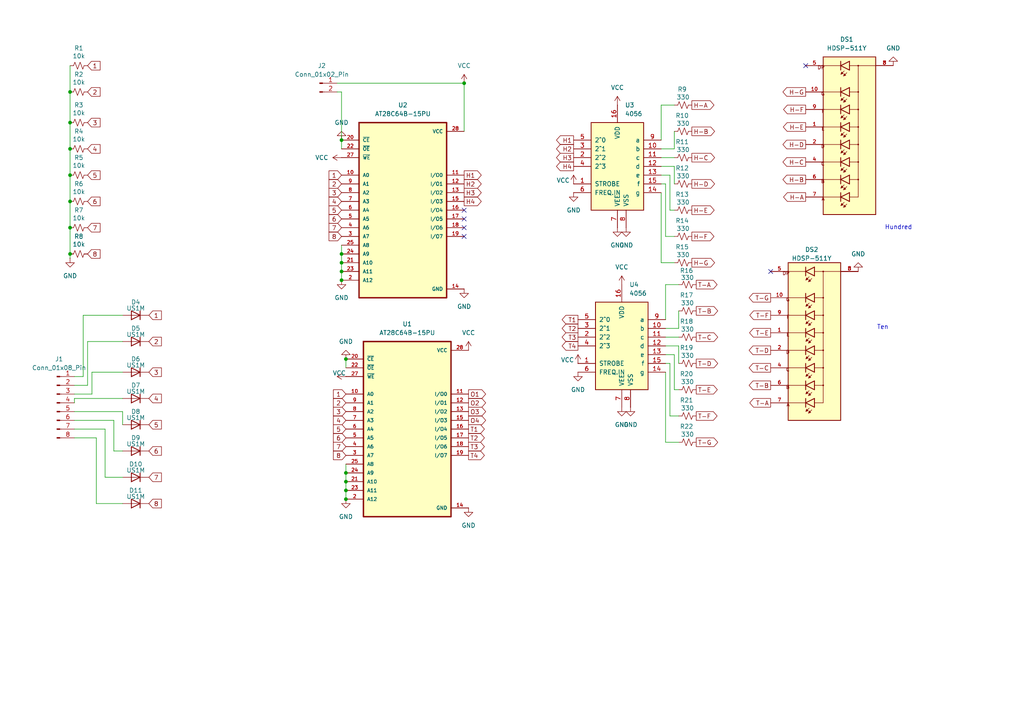
<source format=kicad_sch>
(kicad_sch (version 20231120) (generator "eeschema") (generator_version "8.0")
  (paper "A4")
  (junction (at 100.33 104.14))
  (junction (at 99.06 81.28))
  (junction (at 20.32 26.67))
  (junction (at 20.32 50.8))
  (junction (at 99.06 40.64))
  (junction (at 99.06 73.66))
  (junction (at 20.32 58.42))
  (junction (at 100.33 144.78))
  (junction (at 100.33 142.24))
  (junction (at 20.32 73.66))
  (junction (at 20.32 66.04))
  (junction (at 99.06 76.2))
  (junction (at 20.32 43.18))
  (junction (at 100.33 137.16))
  (junction (at 99.06 78.74))
  (junction (at 20.32 35.56))
  (junction (at 134.62 24.13))
  (junction (at 100.33 139.7))
  (no_connect (at 134.62 63.5))
  (no_connect (at 134.62 66.04))
  (no_connect (at 223.52 78.74))
  (no_connect (at 292.1 256.54))
  (no_connect (at 134.62 60.96))
  (no_connect (at 233.68 19.05))
  (no_connect (at 229.87 218.44))
  (no_connect (at 134.62 68.58))
  (no_connect (at 316.23 114.3))
  (no_connect (at 313.69 54.61))
  (wire (pts (xy 35.56 146.05) (xy 27.94 146.05)))
  (wire (pts (xy 193.04 100.33) (xy 196.85 100.33)))
  (wire (pts (xy 193.04 105.41) (xy 194.31 105.41)))
  (wire (pts (xy 190.5 254) (xy 193.04 254)))
  (wire (pts (xy 191.77 76.2) (xy 195.58 76.2)))
  (wire (pts (xy 193.04 228.6) (xy 193.04 223.52)))
  (wire (pts (xy 196.85 100.33) (xy 196.85 105.41)))
  (wire (pts (xy 191.77 43.18) (xy 195.58 43.18)))
  (wire (pts (xy 195.58 102.87) (xy 195.58 113.03)))
  (wire (pts (xy 191.77 45.72) (xy 195.58 45.72)))
  (wire (pts (xy 189.23 241.3) (xy 189.23 261.62)))
  (wire (pts (xy 35.56 91.44) (xy 24.13 91.44)))
  (wire (pts (xy 190.5 238.76) (xy 190.5 254)))
  (wire (pts (xy 189.23 231.14) (xy 193.04 231.14)))
  (wire (pts (xy 25.4 99.06) (xy 25.4 111.76)))
  (wire (pts (xy 20.32 35.56) (xy 20.32 43.18)))
  (wire (pts (xy 134.62 24.13) (xy 134.62 38.1)))
  (wire (pts (xy 191.77 246.38) (xy 193.04 246.38)))
  (wire (pts (xy 195.58 113.03) (xy 196.85 113.03)))
  (wire (pts (xy 191.77 48.26) (xy 195.58 48.26)))
  (wire (pts (xy 20.32 50.8) (xy 20.32 58.42)))
  (wire (pts (xy 191.77 40.64) (xy 191.77 30.48)))
  (wire (pts (xy 20.32 43.18) (xy 20.32 50.8)))
  (wire (pts (xy 189.23 233.68) (xy 193.04 233.68)))
  (wire (pts (xy 196.85 95.25) (xy 196.85 90.17)))
  (wire (pts (xy 189.23 238.76) (xy 190.5 238.76)))
  (wire (pts (xy 193.04 128.27) (xy 196.85 128.27)))
  (wire (pts (xy 33.02 121.92) (xy 21.59 121.92)))
  (wire (pts (xy 20.32 58.42) (xy 20.32 66.04)))
  (wire (pts (xy 99.06 40.64) (xy 99.06 26.67)))
  (wire (pts (xy 195.58 48.26) (xy 195.58 53.34)))
  (wire (pts (xy 194.31 60.96) (xy 195.58 60.96)))
  (wire (pts (xy 27.94 146.05) (xy 27.94 127)))
  (wire (pts (xy 99.06 26.67) (xy 97.79 26.67)))
  (wire (pts (xy 99.06 73.66) (xy 99.06 76.2)))
  (wire (pts (xy 100.33 142.24) (xy 100.33 144.78)))
  (wire (pts (xy 193.04 53.34) (xy 193.04 68.58)))
  (wire (pts (xy 20.32 19.05) (xy 20.32 26.67)))
  (wire (pts (xy 191.77 50.8) (xy 194.31 50.8)))
  (wire (pts (xy 100.33 104.14) (xy 100.33 106.68)))
  (wire (pts (xy 189.23 215.9) (xy 189.23 226.06)))
  (wire (pts (xy 99.06 71.12) (xy 99.06 73.66)))
  (wire (pts (xy 35.56 107.95) (xy 26.67 107.95)))
  (wire (pts (xy 33.02 130.81) (xy 33.02 121.92)))
  (wire (pts (xy 191.77 53.34) (xy 193.04 53.34)))
  (wire (pts (xy 30.48 138.43) (xy 30.48 124.46)))
  (wire (pts (xy 100.33 137.16) (xy 100.33 139.7)))
  (wire (pts (xy 189.23 261.62) (xy 193.04 261.62)))
  (wire (pts (xy 194.31 120.65) (xy 196.85 120.65)))
  (wire (pts (xy 35.56 119.38) (xy 21.59 119.38)))
  (wire (pts (xy 21.59 115.57) (xy 21.59 116.84)))
  (wire (pts (xy 193.04 97.79) (xy 196.85 97.79)))
  (wire (pts (xy 193.04 82.55) (xy 193.04 92.71)))
  (wire (pts (xy 100.33 134.62) (xy 100.33 137.16)))
  (wire (pts (xy 193.04 82.55) (xy 196.85 82.55)))
  (wire (pts (xy 35.56 130.81) (xy 33.02 130.81)))
  (wire (pts (xy 24.13 91.44) (xy 24.13 109.22)))
  (wire (pts (xy 193.04 107.95) (xy 193.04 128.27)))
  (wire (pts (xy 35.56 115.57) (xy 21.59 115.57)))
  (wire (pts (xy 24.13 109.22) (xy 21.59 109.22)))
  (wire (pts (xy 26.67 107.95) (xy 26.67 114.3)))
  (wire (pts (xy 99.06 40.64) (xy 99.06 43.18)))
  (wire (pts (xy 195.58 43.18) (xy 195.58 38.1)))
  (wire (pts (xy 100.33 139.7) (xy 100.33 142.24)))
  (wire (pts (xy 20.32 73.66) (xy 20.32 74.93)))
  (wire (pts (xy 194.31 50.8) (xy 194.31 60.96)))
  (wire (pts (xy 99.06 78.74) (xy 99.06 81.28)))
  (wire (pts (xy 20.32 66.04) (xy 20.32 73.66)))
  (wire (pts (xy 35.56 99.06) (xy 25.4 99.06)))
  (wire (pts (xy 189.23 215.9) (xy 193.04 215.9)))
  (wire (pts (xy 30.48 124.46) (xy 21.59 124.46)))
  (wire (pts (xy 25.4 111.76) (xy 21.59 111.76)))
  (wire (pts (xy 35.56 138.43) (xy 30.48 138.43)))
  (wire (pts (xy 193.04 95.25) (xy 196.85 95.25)))
  (wire (pts (xy 191.77 30.48) (xy 195.58 30.48)))
  (wire (pts (xy 191.77 55.88) (xy 191.77 76.2)))
  (wire (pts (xy 194.31 105.41) (xy 194.31 120.65)))
  (wire (pts (xy 191.77 236.22) (xy 191.77 246.38)))
  (wire (pts (xy 27.94 127) (xy 21.59 127)))
  (wire (pts (xy 97.79 24.13) (xy 134.62 24.13)))
  (wire (pts (xy 193.04 233.68) (xy 193.04 238.76)))
  (wire (pts (xy 26.67 114.3) (xy 21.59 114.3)))
  (wire (pts (xy 189.23 228.6) (xy 193.04 228.6)))
  (wire (pts (xy 189.23 236.22) (xy 191.77 236.22)))
  (wire (pts (xy 193.04 68.58) (xy 195.58 68.58)))
  (wire (pts (xy 99.06 76.2) (xy 99.06 78.74)))
  (wire (pts (xy 20.32 26.67) (xy 20.32 35.56)))
  (wire (pts (xy 193.04 102.87) (xy 195.58 102.87)))
  (wire (pts (xy 35.56 123.19) (xy 35.56 119.38)))
  (text "Ten" (at 256.032 94.996 0) (effects (font (size 1.27 1.27))))
  (text "One" (at 256.032 237.998 0) (effects (font (size 1.27 1.27))))
  (text "Hundred" (at 260.604 66.04 0) (effects (font (size 1.27 1.27))))
  (global_label "2" (shape input) (at 25.4 26.67 0) (property "Intersheetrefs" "${INTERSHEET_REFS}" (effects (hide yes))))
  (global_label "T-C" (shape output) (at 223.52 106.68 180) (property "Intersheetrefs" "${INTERSHEET_REFS}" (effects (hide yes))))
  (global_label "T-G" (shape output) (at 201.93 128.27 0) (property "Intersheetrefs" "${INTERSHEET_REFS}" (effects (hide yes))))
  (global_label "H-G" (shape output) (at 313.69 49.53 180) (property "Intersheetrefs" "${INTERSHEET_REFS}" (effects (hide yes))))
  (global_label "O2" (shape output) (at 135.89 116.84 0) (property "Intersheetrefs" "${INTERSHEET_REFS}" (effects (hide yes))))
  (global_label "T-B" (shape output) (at 316.23 83.82 180) (property "Intersheetrefs" "${INTERSHEET_REFS}" (effects (hide yes))))
  (global_label "O1" (shape output) (at 135.89 114.3 0) (property "Intersheetrefs" "${INTERSHEET_REFS}" (effects (hide yes))))
  (global_label "T-A" (shape output) (at 316.23 78.74 180) (property "Intersheetrefs" "${INTERSHEET_REFS}" (effects (hide yes))))
  (global_label "6" (shape input) (at 43.18 130.81 0) (property "Intersheetrefs" "${INTERSHEET_REFS}" (effects (hide yes))))
  (global_label "O-B" (shape output) (at 198.12 223.52 0) (property "Intersheetrefs" "${INTERSHEET_REFS}" (effects (hide yes))))
  (global_label "T-F" (shape output) (at 316.23 104.14 180) (property "Intersheetrefs" "${INTERSHEET_REFS}" (effects (hide yes))))
  (global_label "O-D" (shape output) (at 229.87 241.3 180) (property "Intersheetrefs" "${INTERSHEET_REFS}" (effects (hide yes))))
  (global_label "H-E" (shape output) (at 233.68 36.83 180) (property "Intersheetrefs" "${INTERSHEET_REFS}" (effects (hide yes))))
  (global_label "T-D" (shape output) (at 201.93 105.41 0) (property "Intersheetrefs" "${INTERSHEET_REFS}" (effects (hide yes))))
  (global_label "3" (shape input) (at 43.18 107.95 0) (property "Intersheetrefs" "${INTERSHEET_REFS}" (effects (hide yes))))
  (global_label "2" (shape input) (at 99.06 53.34 180) (property "Intersheetrefs" "${INTERSHEET_REFS}" (effects (hide yes))))
  (global_label "H-A" (shape output) (at 233.68 57.15 180) (property "Intersheetrefs" "${INTERSHEET_REFS}" (effects (hide yes))))
  (global_label "H2" (shape output) (at 166.37 43.18 180) (property "Intersheetrefs" "${INTERSHEET_REFS}" (effects (hide yes))))
  (global_label "O-E" (shape output) (at 229.87 236.22 180) (property "Intersheetrefs" "${INTERSHEET_REFS}" (effects (hide yes))))
  (global_label "T-B" (shape output) (at 223.52 111.76 180) (property "Intersheetrefs" "${INTERSHEET_REFS}" (effects (hide yes))))
  (global_label "O-C" (shape output) (at 198.12 231.14 0) (property "Intersheetrefs" "${INTERSHEET_REFS}" (effects (hide yes))))
  (global_label "H-A" (shape output) (at 313.69 19.05 180) (property "Intersheetrefs" "${INTERSHEET_REFS}" (effects (hide yes))))
  (global_label "7" (shape input) (at 25.4 66.04 0) (property "Intersheetrefs" "${INTERSHEET_REFS}" (effects (hide yes))))
  (global_label "5" (shape input) (at 43.18 123.19 0) (property "Intersheetrefs" "${INTERSHEET_REFS}" (effects (hide yes))))
  (global_label "O-A" (shape output) (at 198.12 215.9 0) (property "Intersheetrefs" "${INTERSHEET_REFS}" (effects (hide yes))))
  (global_label "4" (shape input) (at 25.4 43.18 0) (property "Intersheetrefs" "${INTERSHEET_REFS}" (effects (hide yes))))
  (global_label "T-G" (shape output) (at 223.52 86.36 180) (property "Intersheetrefs" "${INTERSHEET_REFS}" (effects (hide yes))))
  (global_label "O-C" (shape output) (at 229.87 246.38 180) (property "Intersheetrefs" "${INTERSHEET_REFS}" (effects (hide yes))))
  (global_label "H3" (shape output) (at 134.62 55.88 0) (property "Intersheetrefs" "${INTERSHEET_REFS}" (effects (hide yes))))
  (global_label "O-D" (shape output) (at 292.1 236.22 180) (property "Intersheetrefs" "${INTERSHEET_REFS}" (effects (hide yes))))
  (global_label "4" (shape input) (at 99.06 58.42 180) (property "Intersheetrefs" "${INTERSHEET_REFS}" (effects (hide yes))))
  (global_label "O3" (shape output) (at 135.89 119.38 0) (property "Intersheetrefs" "${INTERSHEET_REFS}" (effects (hide yes))))
  (global_label "5" (shape input) (at 99.06 60.96 180) (property "Intersheetrefs" "${INTERSHEET_REFS}" (effects (hide yes))))
  (global_label "6" (shape input) (at 99.06 63.5 180) (property "Intersheetrefs" "${INTERSHEET_REFS}" (effects (hide yes))))
  (global_label "3" (shape input) (at 25.4 35.56 0) (property "Intersheetrefs" "${INTERSHEET_REFS}" (effects (hide yes))))
  (global_label "H-C" (shape output) (at 233.68 46.99 180) (property "Intersheetrefs" "${INTERSHEET_REFS}" (effects (hide yes))))
  (global_label "6" (shape input) (at 100.33 127 180) (property "Intersheetrefs" "${INTERSHEET_REFS}" (effects (hide yes))))
  (global_label "8" (shape input) (at 100.33 132.08 180) (property "Intersheetrefs" "${INTERSHEET_REFS}" (effects (hide yes))))
  (global_label "O-F" (shape output) (at 198.12 254 0) (property "Intersheetrefs" "${INTERSHEET_REFS}" (effects (hide yes))))
  (global_label "O4" (shape output) (at 163.83 233.68 180) (property "Intersheetrefs" "${INTERSHEET_REFS}" (effects (hide yes))))
  (global_label "O-C" (shape output) (at 292.1 231.14 180) (property "Intersheetrefs" "${INTERSHEET_REFS}" (effects (hide yes))))
  (global_label "5" (shape input) (at 100.33 124.46 180) (property "Intersheetrefs" "${INTERSHEET_REFS}" (effects (hide yes))))
  (global_label "O-B" (shape output) (at 229.87 251.46 180) (property "Intersheetrefs" "${INTERSHEET_REFS}" (effects (hide yes))))
  (global_label "4" (shape input) (at 43.18 115.57 0) (property "Intersheetrefs" "${INTERSHEET_REFS}" (effects (hide yes))))
  (global_label "T4" (shape output) (at 135.89 132.08 0) (property "Intersheetrefs" "${INTERSHEET_REFS}" (effects (hide yes))))
  (global_label "3" (shape input) (at 99.06 55.88 180) (property "Intersheetrefs" "${INTERSHEET_REFS}" (effects (hide yes))))
  (global_label "T-A" (shape output) (at 201.93 82.55 0) (property "Intersheetrefs" "${INTERSHEET_REFS}" (effects (hide yes))))
  (global_label "O-G" (shape output) (at 292.1 251.46 180) (property "Intersheetrefs" "${INTERSHEET_REFS}" (effects (hide yes))))
  (global_label "T3" (shape output) (at 135.89 129.54 0) (property "Intersheetrefs" "${INTERSHEET_REFS}" (effects (hide yes))))
  (global_label "H4" (shape output) (at 166.37 48.26 180) (property "Intersheetrefs" "${INTERSHEET_REFS}" (effects (hide yes))))
  (global_label "H-F" (shape output) (at 200.66 68.58 0) (property "Intersheetrefs" "${INTERSHEET_REFS}" (effects (hide yes))))
  (global_label "T-C" (shape output) (at 316.23 88.9 180) (property "Intersheetrefs" "${INTERSHEET_REFS}" (effects (hide yes))))
  (global_label "H-A" (shape output) (at 200.66 30.48 0) (property "Intersheetrefs" "${INTERSHEET_REFS}" (effects (hide yes))))
  (global_label "H-D" (shape output) (at 200.66 53.34 0) (property "Intersheetrefs" "${INTERSHEET_REFS}" (effects (hide yes))))
  (global_label "T-B" (shape output) (at 201.93 90.17 0) (property "Intersheetrefs" "${INTERSHEET_REFS}" (effects (hide yes))))
  (global_label "T-F" (shape output) (at 223.52 91.44 180) (property "Intersheetrefs" "${INTERSHEET_REFS}" (effects (hide yes))))
  (global_label "H-E" (shape output) (at 200.66 60.96 0) (property "Intersheetrefs" "${INTERSHEET_REFS}" (effects (hide yes))))
  (global_label "T-E" (shape output) (at 223.52 96.52 180) (property "Intersheetrefs" "${INTERSHEET_REFS}" (effects (hide yes))))
  (global_label "H-D" (shape output) (at 233.68 41.91 180) (property "Intersheetrefs" "${INTERSHEET_REFS}" (effects (hide yes))))
  (global_label "O4" (shape output) (at 135.89 121.92 0) (property "Intersheetrefs" "${INTERSHEET_REFS}" (effects (hide yes))))
  (global_label "4" (shape input) (at 100.33 121.92 180) (property "Intersheetrefs" "${INTERSHEET_REFS}" (effects (hide yes))))
  (global_label "H-F" (shape output) (at 233.68 31.75 180) (property "Intersheetrefs" "${INTERSHEET_REFS}" (effects (hide yes))))
  (global_label "O-E" (shape output) (at 198.12 246.38 0) (property "Intersheetrefs" "${INTERSHEET_REFS}" (effects (hide yes))))
  (global_label "O-A" (shape output) (at 229.87 256.54 180) (property "Intersheetrefs" "${INTERSHEET_REFS}" (effects (hide yes))))
  (global_label "T4" (shape output) (at 167.64 100.33 180) (property "Intersheetrefs" "${INTERSHEET_REFS}" (effects (hide yes))))
  (global_label "T2" (shape output) (at 135.89 127 0) (property "Intersheetrefs" "${INTERSHEET_REFS}" (effects (hide yes))))
  (global_label "1" (shape input) (at 99.06 50.8 180) (property "Intersheetrefs" "${INTERSHEET_REFS}" (effects (hide yes))))
  (global_label "T1" (shape output) (at 135.89 124.46 0) (property "Intersheetrefs" "${INTERSHEET_REFS}" (effects (hide yes))))
  (global_label "H-G" (shape output) (at 200.66 76.2 0) (property "Intersheetrefs" "${INTERSHEET_REFS}" (effects (hide yes))))
  (global_label "H-C" (shape output) (at 200.66 45.72 0) (property "Intersheetrefs" "${INTERSHEET_REFS}" (effects (hide yes))))
  (global_label "O-G" (shape output) (at 229.87 226.06 180) (property "Intersheetrefs" "${INTERSHEET_REFS}" (effects (hide yes))))
  (global_label "T2" (shape output) (at 167.64 95.25 180) (property "Intersheetrefs" "${INTERSHEET_REFS}" (effects (hide yes))))
  (global_label "H-F" (shape output) (at 313.69 44.45 180) (property "Intersheetrefs" "${INTERSHEET_REFS}" (effects (hide yes))))
  (global_label "O-A" (shape output) (at 292.1 220.98 180) (property "Intersheetrefs" "${INTERSHEET_REFS}" (effects (hide yes))))
  (global_label "H-B" (shape output) (at 200.66 38.1 0) (property "Intersheetrefs" "${INTERSHEET_REFS}" (effects (hide yes))))
  (global_label "T-D" (shape output) (at 223.52 101.6 180) (property "Intersheetrefs" "${INTERSHEET_REFS}" (effects (hide yes))))
  (global_label "T-A" (shape output) (at 223.52 116.84 180) (property "Intersheetrefs" "${INTERSHEET_REFS}" (effects (hide yes))))
  (global_label "T-D" (shape output) (at 316.23 93.98 180) (property "Intersheetrefs" "${INTERSHEET_REFS}" (effects (hide yes))))
  (global_label "7" (shape input) (at 43.18 138.43 0) (property "Intersheetrefs" "${INTERSHEET_REFS}" (effects (hide yes))))
  (global_label "H4" (shape output) (at 134.62 58.42 0) (property "Intersheetrefs" "${INTERSHEET_REFS}" (effects (hide yes))))
  (global_label "8" (shape input) (at 43.18 146.05 0) (property "Intersheetrefs" "${INTERSHEET_REFS}" (effects (hide yes))))
  (global_label "H1" (shape output) (at 166.37 40.64 180) (property "Intersheetrefs" "${INTERSHEET_REFS}" (effects (hide yes))))
  (global_label "7" (shape input) (at 99.06 66.04 180) (property "Intersheetrefs" "${INTERSHEET_REFS}" (effects (hide yes))))
  (global_label "2" (shape input) (at 100.33 116.84 180) (property "Intersheetrefs" "${INTERSHEET_REFS}" (effects (hide yes))))
  (global_label "1" (shape input) (at 100.33 114.3 180) (property "Intersheetrefs" "${INTERSHEET_REFS}" (effects (hide yes))))
  (global_label "O-F" (shape output) (at 292.1 246.38 180) (property "Intersheetrefs" "${INTERSHEET_REFS}" (effects (hide yes))))
  (global_label "T1" (shape output) (at 167.64 92.71 180) (property "Intersheetrefs" "${INTERSHEET_REFS}" (effects (hide yes))))
  (global_label "H2" (shape output) (at 134.62 53.34 0) (property "Intersheetrefs" "${INTERSHEET_REFS}" (effects (hide yes))))
  (global_label "H-E" (shape output) (at 313.69 39.37 180) (property "Intersheetrefs" "${INTERSHEET_REFS}" (effects (hide yes))))
  (global_label "8" (shape input) (at 99.06 68.58 180) (property "Intersheetrefs" "${INTERSHEET_REFS}" (effects (hide yes))))
  (global_label "H-G" (shape output) (at 233.68 26.67 180) (property "Intersheetrefs" "${INTERSHEET_REFS}" (effects (hide yes))))
  (global_label "H-B" (shape output) (at 313.69 24.13 180) (property "Intersheetrefs" "${INTERSHEET_REFS}" (effects (hide yes))))
  (global_label "O2" (shape output) (at 163.83 228.6 180) (property "Intersheetrefs" "${INTERSHEET_REFS}" (effects (hide yes))))
  (global_label "T3" (shape output) (at 167.64 97.79 180) (property "Intersheetrefs" "${INTERSHEET_REFS}" (effects (hide yes))))
  (global_label "5" (shape input) (at 25.4 50.8 0) (property "Intersheetrefs" "${INTERSHEET_REFS}" (effects (hide yes))))
  (global_label "H-D" (shape output) (at 313.69 34.29 180) (property "Intersheetrefs" "${INTERSHEET_REFS}" (effects (hide yes))))
  (global_label "3" (shape input) (at 100.33 119.38 180) (property "Intersheetrefs" "${INTERSHEET_REFS}" (effects (hide yes))))
  (global_label "T-E" (shape output) (at 316.23 99.06 180) (property "Intersheetrefs" "${INTERSHEET_REFS}" (effects (hide yes))))
  (global_label "H-C" (shape output) (at 313.69 29.21 180) (property "Intersheetrefs" "${INTERSHEET_REFS}" (effects (hide yes))))
  (global_label "O1" (shape output) (at 163.83 226.06 180) (property "Intersheetrefs" "${INTERSHEET_REFS}" (effects (hide yes))))
  (global_label "O3" (shape output) (at 163.83 231.14 180) (property "Intersheetrefs" "${INTERSHEET_REFS}" (effects (hide yes))))
  (global_label "1" (shape input) (at 25.4 19.05 0) (property "Intersheetrefs" "${INTERSHEET_REFS}" (effects (hide yes))))
  (global_label "O-F" (shape output) (at 229.87 231.14 180) (property "Intersheetrefs" "${INTERSHEET_REFS}" (effects (hide yes))))
  (global_label "O-G" (shape output) (at 198.12 261.62 0) (property "Intersheetrefs" "${INTERSHEET_REFS}" (effects (hide yes))))
  (global_label "O-B" (shape output) (at 292.1 226.06 180) (property "Intersheetrefs" "${INTERSHEET_REFS}" (effects (hide yes))))
  (global_label "T-E" (shape output) (at 201.93 113.03 0) (property "Intersheetrefs" "${INTERSHEET_REFS}" (effects (hide yes))))
  (global_label "H3" (shape output) (at 166.37 45.72 180) (property "Intersheetrefs" "${INTERSHEET_REFS}" (effects (hide yes))))
  (global_label "T-C" (shape output) (at 201.93 97.79 0) (property "Intersheetrefs" "${INTERSHEET_REFS}" (effects (hide yes))))
  (global_label "H-B" (shape output) (at 233.68 52.07 180) (property "Intersheetrefs" "${INTERSHEET_REFS}" (effects (hide yes))))
  (global_label "T-G" (shape output) (at 316.23 109.22 180) (property "Intersheetrefs" "${INTERSHEET_REFS}" (effects (hide yes))))
  (global_label "2" (shape input) (at 43.18 99.06 0) (property "Intersheetrefs" "${INTERSHEET_REFS}" (effects (hide yes))))
  (global_label "H1" (shape output) (at 134.62 50.8 0) (property "Intersheetrefs" "${INTERSHEET_REFS}" (effects (hide yes))))
  (global_label "T-F" (shape output) (at 201.93 120.65 0) (property "Intersheetrefs" "${INTERSHEET_REFS}" (effects (hide yes))))
  (global_label "O-D" (shape output) (at 198.12 238.76 0) (property "Intersheetrefs" "${INTERSHEET_REFS}" (effects (hide yes))))
  (global_label "7" (shape input) (at 100.33 129.54 180) (property "Intersheetrefs" "${INTERSHEET_REFS}" (effects (hide yes))))
  (global_label "1" (shape input) (at 43.18 91.44 0) (property "Intersheetrefs" "${INTERSHEET_REFS}" (effects (hide yes))))
  (global_label "6" (shape input) (at 25.4 58.42 0) (property "Intersheetrefs" "${INTERSHEET_REFS}" (effects (hide yes))))
  (global_label "O-E" (shape output) (at 292.1 241.3 180) (property "Intersheetrefs" "${INTERSHEET_REFS}" (effects (hide yes))))
  (global_label "8" (shape input) (at 25.4 73.66 0) (property "Intersheetrefs" "${INTERSHEET_REFS}" (effects (hide yes))))
  (symbol (lib_id "WL-T7DS_0.39INCH_COMMON-CATHODE:WL-T7DS_0.39INCH_COMMON-CATHODE") (at 297.18 238.76 270) (unit 1)
    (property "Reference" "D3" (at 297.2197 214.63 90))
    (property "Value" "WL-T7DS_0.39INCH_COMMON-CATHODE" (at 297.2197 217.17 90))
    (property "Footprint" "WL T7DS Common Cathode (1):WL-T7DS_0.39INCH" (effects (hide yes)))
    (property "MF" "Würth Elektronik" (effects (hide yes)))
    (property "Description_1" "\n                        \n                            Display Modules - LED Character and Numeric Red 7-Segment 1 Character Common Cathode 2V 20mA 0.512 H x 0.394 W x 0.276 D (13.00mm x 10.00mm x 7.00mm) 10-DIP (0.300, 7.62mm)\n                        \n" (effects (hide yes)))
    (property "Package" "None" (effects (hide yes)))
    (property "Price" "None" (effects (hide yes)))
    (property "SnapEDA_Link" "https://www.snapeda.com/parts/157119S12701/W%25C3%25BCrth+Elektronik+Midcom/view-part/?ref=snap" (effects (hide yes)))
    (property "MP" "157119S12701" (effects (hide yes)))
    (property "Availability" "In Stock" (effects (hide yes)))
    (property "Check_prices" "https://www.snapeda.com/parts/157119S12701/W%25C3%25BCrth+Elektronik+Midcom/view-part/?ref=eda" (effects (hide yes)))
  )
  (symbol (lib_id "Device:R_Small_US") (at 195.58 246.38 90) (unit 1)
    (property "Reference" "R27" (at 195.326 241.808 90))
    (property "Value" "330" (at 195.58 244.094 90))
    (property "Footprint" "Resistor_SMD:R_0805_2012Metric_Pad1.20x1.40mm_HandSolder" (effects (hide yes)))
    (property "Description" "Resistor, small US symbol" (effects (hide yes)))
    (property "LCSC" "C17630" (effects (hide yes)))
  )
  (symbol (lib_id "Device:R_Small_US") (at 199.39 128.27 90) (unit 1)
    (property "Reference" "R22" (at 199.136 123.698 90))
    (property "Value" "330" (at 199.39 125.984 90))
    (property "Footprint" "Resistor_SMD:R_0805_2012Metric_Pad1.20x1.40mm_HandSolder" (effects (hide yes)))
    (property "Description" "Resistor, small US symbol" (effects (hide yes)))
    (property "LCSC" "C17630" (effects (hide yes)))
  )
  (symbol (lib_id "AT28C64B-15PU:AT28C64B-15PU") (at 116.84 60.96 0) (unit 1)
    (property "Reference" "U2" (at 116.84 30.48 0))
    (property "Value" "AT28C64B-15PU" (at 116.84 33.02 0))
    (property "Footprint" "AT28C64B-15PU:DIP1555W45P254L3733H482Q28" (effects (hide yes)))
    (property "MF" "Microchip" (effects (hide yes)))
    (property "MAXIMUM_PACKAGE_HEIGHT" "4.826 mm" (effects (hide yes)))
    (property "Package" "DIP-28 Atmel" (effects (hide yes)))
    (property "Price" "None" (effects (hide yes)))
    (property "Check_prices" "https://www.snapeda.com/parts/AT28C64B-15PU/Microchip/view-part/?ref=eda" (effects (hide yes)))
    (property "STANDARD" "IPC 7351B" (effects (hide yes)))
    (property "PARTREV" "B" (effects (hide yes)))
    (property "SnapEDA_Link" "https://www.snapeda.com/parts/AT28C64B-15PU/Microchip/view-part/?ref=snap" (effects (hide yes)))
    (property "MP" "AT28C64B-15PU" (effects (hide yes)))
    (property "Description_1" "\n                        \n                            AT28C64B-15PU Parallel EEPROM Memory, 64kbit, 150ns, 4.5 to 5.5 V 28-Pin PDIP | Microchip Technology Inc. AT28C64B-15PU\n                        \n" (effects (hide yes)))
    (property "Availability" "In Stock" (effects (hide yes)))
    (property "MANUFACTURER" "Microchip Technology" (effects (hide yes)))
  )
  (symbol (lib_id "power:VCC") (at 135.89 101.6 0) (unit 1)
    (property "Reference" "#PWR07" (effects (hide yes)))
    (property "Value" "VCC" (at 135.89 96.52 0))
    (property "Description" "Power symbol creates a global label with name \"VCC\"" (effects (hide yes)))
  )
  (symbol (lib_id "Diode:US1M") (at 39.37 130.81 180) (unit 1)
    (property "Reference" "D9" (at 39.37 127 0))
    (property "Value" "US1M" (at 39.37 128.778 0))
    (property "Footprint" "Diode_SMD:D_SOD-323_HandSoldering" (effects (hide yes)))
    (property "Datasheet" "https://www.diodes.com/assets/Datasheets/ds16008.pdf" (effects (hide yes)))
    (property "Description" "1000V, 1A, General Purpose Rectifier Diode, SMA(DO-214AC)" (effects (hide yes)))
    (property "Sim.Device" "D" (effects (hide yes)))
    (property "Sim.Pins" "1=K 2=A" (effects (hide yes)))
    (property "LCSC" " C2128" (effects (hide yes)))
  )
  (symbol (lib_id "Device:R_Small_US") (at 195.58 223.52 90) (unit 1)
    (property "Reference" "R24" (at 195.326 218.948 90))
    (property "Value" "330" (at 195.58 221.234 90))
    (property "Footprint" "Resistor_SMD:R_0805_2012Metric_Pad1.20x1.40mm_HandSolder" (effects (hide yes)))
    (property "Description" "Resistor, small US symbol" (effects (hide yes)))
    (property "LCSC" "C17630" (effects (hide yes)))
  )
  (symbol (lib_id "power:VCC") (at 176.53 215.9 0) (unit 1)
    (property "Reference" "#PWR022" (effects (hide yes)))
    (property "Value" "VCC" (at 176.53 210.82 0))
    (property "Description" "Power symbol creates a global label with name \"VCC\"" (effects (hide yes)))
  )
  (symbol (lib_id "power:GND") (at 135.89 147.32 0) (unit 1)
    (property "Reference" "#PWR04" (effects (hide yes)))
    (property "Value" "GND" (at 135.89 152.4 0))
    (property "Description" "Power symbol creates a global label with name \"GND\" , ground" (effects (hide yes)))
  )
  (symbol (lib_id "power:GND") (at 259.08 19.05 180) (unit 1)
    (property "Reference" "#PWR031" (effects (hide yes)))
    (property "Value" "GND" (at 259.08 13.97 0))
    (property "Description" "Power symbol creates a global label with name \"GND\" , ground" (effects (hide yes)))
  )
  (symbol (lib_id "power:VCC") (at 99.06 45.72 90) (unit 1)
    (property "Reference" "#PWR016" (effects (hide yes)))
    (property "Value" "VCC" (at 95.25 45.7199 90) (effects (justify left)))
    (property "Description" "Power symbol creates a global label with name \"VCC\"" (effects (hide yes)))
  )
  (symbol (lib_id "Diode:US1M") (at 39.37 115.57 180) (unit 1)
    (property "Reference" "D7" (at 39.37 111.76 0))
    (property "Value" "US1M" (at 39.37 113.538 0))
    (property "Footprint" "Diode_SMD:D_SOD-323_HandSoldering" (effects (hide yes)))
    (property "Datasheet" "https://www.diodes.com/assets/Datasheets/ds16008.pdf" (effects (hide yes)))
    (property "Description" "1000V, 1A, General Purpose Rectifier Diode, SMA(DO-214AC)" (effects (hide yes)))
    (property "Sim.Device" "D" (effects (hide yes)))
    (property "Sim.Pins" "1=K 2=A" (effects (hide yes)))
    (property "LCSC" " C2128" (effects (hide yes)))
  )
  (symbol (lib_id "power:GND") (at 179.07 66.04 0) (unit 1)
    (property "Reference" "#PWR01" (effects (hide yes)))
    (property "Value" "GND" (at 179.07 71.12 0))
    (property "Description" "Power symbol creates a global label with name \"GND\" , ground" (effects (hide yes)))
  )
  (symbol (lib_id "Device:R_Small_US") (at 198.12 38.1 90) (unit 1)
    (property "Reference" "R10" (at 197.866 33.528 90))
    (property "Value" "330" (at 198.12 35.814 90))
    (property "Footprint" "Resistor_SMD:R_0805_2012Metric_Pad1.20x1.40mm_HandSolder" (effects (hide yes)))
    (property "Description" "Resistor, small US symbol" (effects (hide yes)))
    (property "LCSC" "C17630" (effects (hide yes)))
  )
  (symbol (lib_id "Device:R_Small_US") (at 198.12 68.58 90) (unit 1)
    (property "Reference" "R14" (at 197.866 64.008 90))
    (property "Value" "330" (at 198.12 66.294 90))
    (property "Footprint" "Resistor_SMD:R_0805_2012Metric_Pad1.20x1.40mm_HandSolder" (effects (hide yes)))
    (property "Description" "Resistor, small US symbol" (effects (hide yes)))
    (property "LCSC" "C17630" (effects (hide yes)))
  )
  (symbol (lib_id "Device:R_Small_US") (at 22.86 66.04 90) (unit 1)
    (property "Reference" "R7" (at 22.86 60.96 90))
    (property "Value" "10k" (at 22.86 63.246 90))
    (property "Footprint" "Capacitor_SMD:C_0402_1005Metric_Pad0.74x0.62mm_HandSolder" (effects (hide yes)))
    (property "Description" "Resistor, small US symbol" (effects (hide yes)))
    (property "LCSC" "C25744" (effects (hide yes)))
  )
  (symbol (lib_id "Device:R_Small_US") (at 198.12 60.96 90) (unit 1)
    (property "Reference" "R13" (at 197.866 56.388 90))
    (property "Value" "330" (at 198.12 58.674 90))
    (property "Footprint" "Resistor_SMD:R_0805_2012Metric_Pad1.20x1.40mm_HandSolder" (effects (hide yes)))
    (property "Description" "Resistor, small US symbol" (effects (hide yes)))
    (property "LCSC" "C17630" (effects (hide yes)))
  )
  (symbol (lib_id "WL-T7DS_0.39INCH_COMMON-CATHODE:WL-T7DS_0.39INCH_COMMON-CATHODE") (at 318.77 36.83 270) (unit 1)
    (property "Reference" "D1" (at 318.8097 12.7 90))
    (property "Value" "WL-T7DS_0.39INCH_COMMON-CATHODE" (at 318.8097 15.24 90))
    (property "Footprint" "WL T7DS Common Cathode (1):WL-T7DS_0.39INCH" (effects (hide yes)))
    (property "MF" "Würth Elektronik" (effects (hide yes)))
    (property "Description_1" "\n                        \n                            Display Modules - LED Character and Numeric Red 7-Segment 1 Character Common Cathode 2V 20mA 0.512 H x 0.394 W x 0.276 D (13.00mm x 10.00mm x 7.00mm) 10-DIP (0.300, 7.62mm)\n                        \n" (effects (hide yes)))
    (property "Package" "None" (effects (hide yes)))
    (property "Price" "None" (effects (hide yes)))
    (property "SnapEDA_Link" "https://www.snapeda.com/parts/157119S12701/W%25C3%25BCrth+Elektronik+Midcom/view-part/?ref=snap" (effects (hide yes)))
    (property "MP" "157119S12701" (effects (hide yes)))
    (property "Availability" "In Stock" (effects (hide yes)))
    (property "Check_prices" "https://www.snapeda.com/parts/157119S12701/W%25C3%25BCrth+Elektronik+Midcom/view-part/?ref=eda" (effects (hide yes)))
  )
  (symbol (lib_id "Device:R_Small_US") (at 199.39 82.55 90) (unit 1)
    (property "Reference" "R16" (at 199.136 78.486 90))
    (property "Value" "330" (at 199.39 80.518 90))
    (property "Footprint" "Resistor_SMD:R_0805_2012Metric_Pad1.20x1.40mm_HandSolder" (effects (hide yes)))
    (property "Description" "Resistor, small US symbol" (effects (hide yes)))
    (property "LCSC" "C17630" (effects (hide yes)))
  )
  (symbol (lib_id "WL-T7DS_0.39INCH_COMMON-CATHODE:WL-T7DS_0.39INCH_COMMON-CATHODE") (at 321.31 96.52 270) (unit 1)
    (property "Reference" "D2" (at 321.3497 72.39 90))
    (property "Value" "WL-T7DS_0.39INCH_COMMON-CATHODE" (at 321.3497 74.93 90))
    (property "Footprint" "WL T7DS Common Cathode (1):WL-T7DS_0.39INCH" (effects (hide yes)))
    (property "MF" "Würth Elektronik" (effects (hide yes)))
    (property "Description_1" "\n                        \n                            Display Modules - LED Character and Numeric Red 7-Segment 1 Character Common Cathode 2V 20mA 0.512 H x 0.394 W x 0.276 D (13.00mm x 10.00mm x 7.00mm) 10-DIP (0.300, 7.62mm)\n                        \n" (effects (hide yes)))
    (property "Package" "None" (effects (hide yes)))
    (property "Price" "None" (effects (hide yes)))
    (property "SnapEDA_Link" "https://www.snapeda.com/parts/157119S12701/W%25C3%25BCrth+Elektronik+Midcom/view-part/?ref=snap" (effects (hide yes)))
    (property "MP" "157119S12701" (effects (hide yes)))
    (property "Availability" "In Stock" (effects (hide yes)))
    (property "Check_prices" "https://www.snapeda.com/parts/157119S12701/W%25C3%25BCrth+Elektronik+Midcom/view-part/?ref=eda" (effects (hide yes)))
  )
  (symbol (lib_id "Diode:US1M") (at 39.37 146.05 180) (unit 1)
    (property "Reference" "D11" (at 39.37 142.24 0))
    (property "Value" "US1M" (at 39.37 144.018 0))
    (property "Footprint" "Diode_SMD:D_SOD-323_HandSoldering" (effects (hide yes)))
    (property "Datasheet" "https://www.diodes.com/assets/Datasheets/ds16008.pdf" (effects (hide yes)))
    (property "Description" "1000V, 1A, General Purpose Rectifier Diode, SMA(DO-214AC)" (effects (hide yes)))
    (property "Sim.Device" "D" (effects (hide yes)))
    (property "Sim.Pins" "1=K 2=A" (effects (hide yes)))
    (property "LCSC" " C2128" (effects (hide yes)))
  )
  (symbol (lib_id "power:GND") (at 163.83 241.3 0) (unit 1)
    (property "Reference" "#PWR023" (effects (hide yes)))
    (property "Value" "GND" (at 163.83 246.38 0))
    (property "Description" "Power symbol creates a global label with name \"GND\" , ground" (effects (hide yes)))
  )
  (symbol (lib_id "power:VCC") (at 166.37 53.34 0) (unit 1)
    (property "Reference" "#PWR026" (effects (hide yes)))
    (property "Value" "VCC" (at 163.322 52.324 0))
    (property "Description" "Power symbol creates a global label with name \"VCC\"" (effects (hide yes)))
  )
  (symbol (lib_id "Device:R_Small_US") (at 22.86 26.67 90) (unit 1)
    (property "Reference" "R2" (at 22.86 21.59 90))
    (property "Value" "10k" (at 22.86 23.876 90))
    (property "Footprint" "Capacitor_SMD:C_0402_1005Metric_Pad0.74x0.62mm_HandSolder" (effects (hide yes)))
    (property "Description" "Resistor, small US symbol" (effects (hide yes)))
    (property "LCSC" "C25744" (effects (hide yes)))
  )
  (symbol (lib_id "Device:R_Small_US") (at 22.86 73.66 90) (unit 1)
    (property "Reference" "R8" (at 22.86 68.58 90))
    (property "Value" "10k" (at 22.86 70.866 90))
    (property "Footprint" "Capacitor_SMD:C_0402_1005Metric_Pad0.74x0.62mm_HandSolder" (effects (hide yes)))
    (property "Description" "Resistor, small US symbol" (effects (hide yes)))
    (property "LCSC" "C25744" (effects (hide yes)))
  )
  (symbol (lib_id "Device:R_Small_US") (at 195.58 238.76 90) (unit 1)
    (property "Reference" "R26" (at 195.326 234.188 90))
    (property "Value" "330" (at 195.58 236.474 90))
    (property "Footprint" "Resistor_SMD:R_0805_2012Metric_Pad1.20x1.40mm_HandSolder" (effects (hide yes)))
    (property "Description" "Resistor, small US symbol" (effects (hide yes)))
    (property "LCSC" "C17630" (effects (hide yes)))
  )
  (symbol (lib_id "Diode:US1M") (at 39.37 107.95 180) (unit 1)
    (property "Reference" "D6" (at 39.37 104.14 0))
    (property "Value" "US1M" (at 39.37 105.918 0))
    (property "Footprint" "Diode_SMD:D_SOD-323_HandSoldering" (effects (hide yes)))
    (property "Datasheet" "https://www.diodes.com/assets/Datasheets/ds16008.pdf" (effects (hide yes)))
    (property "Description" "1000V, 1A, General Purpose Rectifier Diode, SMA(DO-214AC)" (effects (hide yes)))
    (property "Sim.Device" "D" (effects (hide yes)))
    (property "Sim.Pins" "1=K 2=A" (effects (hide yes)))
    (property "LCSC" " C2128" (effects (hide yes)))
  )
  (symbol (lib_id "power:GND") (at 180.34 118.11 0) (unit 1)
    (property "Reference" "#PWR03" (effects (hide yes)))
    (property "Value" "GND" (at 180.34 123.19 0))
    (property "Description" "Power symbol creates a global label with name \"GND\" , ground" (effects (hide yes)))
  )
  (symbol (lib_id "power:GND") (at 323.85 36.83 180) (unit 1)
    (property "Reference" "#PWR030" (effects (hide yes)))
    (property "Value" "GND" (at 323.85 31.75 0))
    (property "Description" "Power symbol creates a global label with name \"GND\" , ground" (effects (hide yes)))
  )
  (symbol (lib_id "power:GND") (at 20.32 74.93 0) (unit 1)
    (property "Reference" "#PWR029" (effects (hide yes)))
    (property "Value" "GND" (at 20.32 80.01 0))
    (property "Description" "Power symbol creates a global label with name \"GND\" , ground" (effects (hide yes)))
  )
  (symbol (lib_id "Device:R_Small_US") (at 22.86 19.05 90) (unit 1)
    (property "Reference" "R1" (at 22.86 13.97 90))
    (property "Value" "10k" (at 22.86 16.256 90))
    (property "Footprint" "Capacitor_SMD:C_0402_1005Metric_Pad0.74x0.62mm_HandSolder" (effects (hide yes)))
    (property "Description" "Resistor, small US symbol" (effects (hide yes)))
    (property "LCSC" "C25744" (effects (hide yes)))
  )
  (symbol (lib_id "Device:R_Small_US") (at 195.58 215.9 90) (unit 1)
    (property "Reference" "R23" (at 195.326 211.836 90))
    (property "Value" "330" (at 195.58 213.868 90))
    (property "Footprint" "Resistor_SMD:R_0805_2012Metric_Pad1.20x1.40mm_HandSolder" (effects (hide yes)))
    (property "Description" "Resistor, small US symbol" (effects (hide yes)))
    (property "LCSC" "C17630" (effects (hide yes)))
  )
  (symbol (lib_id "power:VCC") (at 100.33 109.22 90) (unit 1)
    (property "Reference" "#PWR017" (effects (hide yes)))
    (property "Value" "VCC" (at 100.33 108.204 90) (effects (justify left)))
    (property "Description" "Power symbol creates a global label with name \"VCC\"" (effects (hide yes)))
  )
  (symbol (lib_id "Connector:Conn_01x08_Pin") (at 16.51 116.84 0) (unit 1)
    (property "Reference" "J1" (at 17.145 104.14 0))
    (property "Value" "Conn_01x08_Pin" (at 17.145 106.68 0))
    (property "Footprint" "Connector_PinHeader_2.54mm:PinHeader_2x04_P2.54mm_Vertical" (effects (hide yes)))
    (property "Description" "Generic connector, single row, 01x08, script generated" (effects (hide yes)))
  )
  (symbol (lib_id "HDSP-511Y:HDSP-511Y") (at 242.57 238.76 180) (unit 1)
    (property "Reference" "DS3" (at 241.7826 212.09 0))
    (property "Value" "HDSP-511Y" (at 241.7826 214.63 0))
    (property "Footprint" "HDSP-511Y Footprint Symbol:LED_HDSP-511Y" (effects (hide yes)))
    (property "MF" "Broadcom Limited" (effects (hide yes)))
    (property "MAXIMUM_PACKAGE_HEIGHT" "8.00mm" (effects (hide yes)))
    (property "Package" "None" (effects (hide yes)))
    (property "Price" "None" (effects (hide yes)))
    (property "Check_prices" "https://www.snapeda.com/parts/HDSP-511Y/Broadcom/view-part/?ref=eda" (effects (hide yes)))
    (property "STANDARD" "Manufacturer Recommendations" (effects (hide yes)))
    (property "PARTREV" "April 12, 2021" (effects (hide yes)))
    (property "SnapEDA_Link" "https://www.snapeda.com/parts/HDSP-511Y/Broadcom/view-part/?ref=snap" (effects (hide yes)))
    (property "MP" "HDSP-511Y" (effects (hide yes)))
    (property "Description_1" "\n                        \n                            Display Modules - LED Character and Numeric Yellow 7-Segment 1 Character Common Anode 2.15V 20mA 0.673 H x 0.488 W x 0.315 D (17.10mm x 12.40mm x 8.00mm) 10-DIP (0.600, 15.24mm)\n                        \n" (effects (hide yes)))
    (property "Availability" "In Stock" (effects (hide yes)))
    (property "MANUFACTURER" "Broadcom" (effects (hide yes)))
  )
  (symbol (lib_id "power:VCC") (at 180.34 82.55 0) (unit 1)
    (property "Reference" "#PWR020" (effects (hide yes)))
    (property "Value" "VCC" (at 180.34 77.47 0))
    (property "Description" "Power symbol creates a global label with name \"VCC\"" (effects (hide yes)))
  )
  (symbol (lib_id "Diode:US1M") (at 39.37 123.19 180) (unit 1)
    (property "Reference" "D8" (at 39.37 119.38 0))
    (property "Value" "US1M" (at 39.37 121.158 0))
    (property "Footprint" "Diode_SMD:D_SOD-323_HandSoldering" (effects (hide yes)))
    (property "Datasheet" "https://www.diodes.com/assets/Datasheets/ds16008.pdf" (effects (hide yes)))
    (property "Description" "1000V, 1A, General Purpose Rectifier Diode, SMA(DO-214AC)" (effects (hide yes)))
    (property "Sim.Device" "D" (effects (hide yes)))
    (property "Sim.Pins" "1=K 2=A" (effects (hide yes)))
    (property "LCSC" " C2128" (effects (hide yes)))
  )
  (symbol (lib_id "Device:R_Small_US") (at 199.39 90.17 90) (unit 1)
    (property "Reference" "R17" (at 199.136 85.598 90))
    (property "Value" "330" (at 199.39 87.884 90))
    (property "Footprint" "Resistor_SMD:R_0805_2012Metric_Pad1.20x1.40mm_HandSolder" (effects (hide yes)))
    (property "Description" "Resistor, small US symbol" (effects (hide yes)))
    (property "LCSC" "C17630" (effects (hide yes)))
  )
  (symbol (lib_id "Device:R_Small_US") (at 198.12 45.72 90) (unit 1)
    (property "Reference" "R11" (at 197.866 41.148 90))
    (property "Value" "330" (at 198.12 43.434 90))
    (property "Footprint" "Resistor_SMD:R_0805_2012Metric_Pad1.20x1.40mm_HandSolder" (effects (hide yes)))
    (property "Description" "Resistor, small US symbol" (effects (hide yes)))
    (property "LCSC" "C17630" (effects (hide yes)))
  )
  (symbol (lib_id "Device:R_Small_US") (at 199.39 113.03 90) (unit 1)
    (property "Reference" "R20" (at 199.136 108.458 90))
    (property "Value" "330" (at 199.39 110.744 90))
    (property "Footprint" "Resistor_SMD:R_0805_2012Metric_Pad1.20x1.40mm_HandSolder" (effects (hide yes)))
    (property "Description" "Resistor, small US symbol" (effects (hide yes)))
    (property "LCSC" "C17630" (effects (hide yes)))
  )
  (symbol (lib_id "4xxx:4056") (at 179.07 48.26 0) (unit 1)
    (property "Reference" "U3" (at 181.2641 30.48 0) (effects (justify left)))
    (property "Value" "4056" (at 181.2641 33.02 0) (effects (justify left)))
    (property "Footprint" "CD4056BE:DIP794W45P254L1969H508Q16" (effects (hide yes)))
    (property "Datasheet" "http://www.ti.com/lit/ds/symlink/cd4056b.pdf" (effects (hide yes)))
    (property "Description" "BCD to 7-Segment Decoder/Driver, Strobed-Latch Function" (effects (hide yes)))
  )
  (symbol (lib_id "power:VCC") (at 167.64 105.41 0) (unit 1)
    (property "Reference" "#PWR027" (effects (hide yes)))
    (property "Value" "VCC" (at 164.592 104.394 0))
    (property "Description" "Power symbol creates a global label with name \"VCC\"" (effects (hide yes)))
  )
  (symbol (lib_id "Device:R_Small_US") (at 195.58 261.62 90) (unit 1)
    (property "Reference" "R29" (at 195.326 257.048 90))
    (property "Value" "330" (at 195.58 259.334 90))
    (property "Footprint" "Resistor_SMD:R_0805_2012Metric_Pad1.20x1.40mm_HandSolder" (effects (hide yes)))
    (property "Description" "Resistor, small US symbol" (effects (hide yes)))
    (property "LCSC" "C17630" (effects (hide yes)))
  )
  (symbol (lib_id "power:VCC") (at 163.83 238.76 0) (unit 1)
    (property "Reference" "#PWR028" (effects (hide yes)))
    (property "Value" "VCC" (at 161.29 237.998 0))
    (property "Description" "Power symbol creates a global label with name \"VCC\"" (effects (hide yes)))
  )
  (symbol (lib_id "power:GND") (at 302.26 238.76 180) (unit 1)
    (property "Reference" "#PWR019" (effects (hide yes)))
    (property "Value" "GND" (at 302.26 233.68 0))
    (property "Description" "Power symbol creates a global label with name \"GND\" , ground" (effects (hide yes)))
  )
  (symbol (lib_id "AT28C64B-15PU:AT28C64B-15PU") (at 118.11 124.46 0) (unit 1)
    (property "Reference" "U1" (at 118.11 93.98 0))
    (property "Value" "AT28C64B-15PU" (at 118.11 96.52 0))
    (property "Footprint" "AT28C64B-15PU:DIP1555W45P254L3733H482Q28" (effects (hide yes)))
    (property "MF" "Microchip" (effects (hide yes)))
    (property "MAXIMUM_PACKAGE_HEIGHT" "4.826 mm" (effects (hide yes)))
    (property "Package" "DIP-28 Atmel" (effects (hide yes)))
    (property "Price" "None" (effects (hide yes)))
    (property "Check_prices" "https://www.snapeda.com/parts/AT28C64B-15PU/Microchip/view-part/?ref=eda" (effects (hide yes)))
    (property "STANDARD" "IPC 7351B" (effects (hide yes)))
    (property "PARTREV" "B" (effects (hide yes)))
    (property "SnapEDA_Link" "https://www.snapeda.com/parts/AT28C64B-15PU/Microchip/view-part/?ref=snap" (effects (hide yes)))
    (property "MP" "AT28C64B-15PU" (effects (hide yes)))
    (property "Description_1" "\n                        \n                            AT28C64B-15PU Parallel EEPROM Memory, 64kbit, 150ns, 4.5 to 5.5 V 28-Pin PDIP | Microchip Technology Inc. AT28C64B-15PU\n                        \n" (effects (hide yes)))
    (property "Availability" "In Stock" (effects (hide yes)))
    (property "MANUFACTURER" "Microchip Technology" (effects (hide yes)))
  )
  (symbol (lib_id "4xxx:4056") (at 180.34 100.33 0) (unit 1)
    (property "Reference" "U4" (at 182.5341 82.55 0) (effects (justify left)))
    (property "Value" "4056" (at 182.5341 85.09 0) (effects (justify left)))
    (property "Footprint" "CD4056BE:DIP794W45P254L1969H508Q16" (effects (hide yes)))
    (property "Datasheet" "http://www.ti.com/lit/ds/symlink/cd4056b.pdf" (effects (hide yes)))
    (property "Description" "BCD to 7-Segment Decoder/Driver, Strobed-Latch Function" (effects (hide yes)))
  )
  (symbol (lib_id "Diode:US1M") (at 39.37 99.06 180) (unit 1)
    (property "Reference" "D5" (at 39.37 95.25 0))
    (property "Value" "US1M" (at 39.37 97.028 0))
    (property "Footprint" "Diode_SMD:D_SOD-323_HandSoldering" (effects (hide yes)))
    (property "Datasheet" "https://www.diodes.com/assets/Datasheets/ds16008.pdf" (effects (hide yes)))
    (property "Description" "1000V, 1A, General Purpose Rectifier Diode, SMA(DO-214AC)" (effects (hide yes)))
    (property "Sim.Device" "D" (effects (hide yes)))
    (property "Sim.Pins" "1=K 2=A" (effects (hide yes)))
    (property "LCSC" " C2128" (effects (hide yes)))
  )
  (symbol (lib_id "power:GND") (at 248.92 78.74 180) (unit 1)
    (property "Reference" "#PWR032" (effects (hide yes)))
    (property "Value" "GND" (at 248.92 73.66 0))
    (property "Description" "Power symbol creates a global label with name \"GND\" , ground" (effects (hide yes)))
  )
  (symbol (lib_id "Device:R_Small_US") (at 199.39 105.41 90) (unit 1)
    (property "Reference" "R19" (at 199.136 100.838 90))
    (property "Value" "330" (at 199.39 103.124 90))
    (property "Footprint" "Resistor_SMD:R_0805_2012Metric_Pad1.20x1.40mm_HandSolder" (effects (hide yes)))
    (property "Description" "Resistor, small US symbol" (effects (hide yes)))
    (property "LCSC" "C17630" (effects (hide yes)))
  )
  (symbol (lib_id "power:GND") (at 179.07 251.46 0) (unit 1)
    (property "Reference" "#PWR010" (effects (hide yes)))
    (property "Value" "GND" (at 179.07 256.54 0))
    (property "Description" "Power symbol creates a global label with name \"GND\" , ground" (effects (hide yes)))
  )
  (symbol (lib_id "Device:R_Small_US") (at 198.12 76.2 90) (unit 1)
    (property "Reference" "R15" (at 197.866 71.628 90))
    (property "Value" "330" (at 198.12 73.914 90))
    (property "Footprint" "Resistor_SMD:R_0805_2012Metric_Pad1.20x1.40mm_HandSolder" (effects (hide yes)))
    (property "Description" "Resistor, small US symbol" (effects (hide yes)))
    (property "LCSC" "C17630" (effects (hide yes)))
  )
  (symbol (lib_id "power:GND") (at 99.06 81.28 0) (unit 1)
    (property "Reference" "#PWR012" (effects (hide yes)))
    (property "Value" "GND" (at 99.06 86.36 0))
    (property "Description" "Power symbol creates a global label with name \"GND\" , ground" (effects (hide yes)))
  )
  (symbol (lib_id "Device:R_Small_US") (at 22.86 50.8 90) (unit 1)
    (property "Reference" "R5" (at 22.86 45.72 90))
    (property "Value" "10k" (at 22.86 48.006 90))
    (property "Footprint" "Capacitor_SMD:C_0402_1005Metric_Pad0.74x0.62mm_HandSolder" (effects (hide yes)))
    (property "Description" "Resistor, small US symbol" (effects (hide yes)))
    (property "LCSC" "C25744" (effects (hide yes)))
  )
  (symbol (lib_id "Diode:US1M") (at 39.37 138.43 180) (unit 1)
    (property "Reference" "D10" (at 39.37 134.62 0))
    (property "Value" "US1M" (at 39.37 136.398 0))
    (property "Footprint" "Diode_SMD:D_SOD-323_HandSoldering" (effects (hide yes)))
    (property "Datasheet" "https://www.diodes.com/assets/Datasheets/ds16008.pdf" (effects (hide yes)))
    (property "Description" "1000V, 1A, General Purpose Rectifier Diode, SMA(DO-214AC)" (effects (hide yes)))
    (property "Sim.Device" "D" (effects (hide yes)))
    (property "Sim.Pins" "1=K 2=A" (effects (hide yes)))
    (property "LCSC" " C2128" (effects (hide yes)))
  )
  (symbol (lib_id "power:GND") (at 100.33 104.14 180) (unit 1)
    (property "Reference" "#PWR014" (effects (hide yes)))
    (property "Value" "GND" (at 100.33 99.06 0))
    (property "Description" "Power symbol creates a global label with name \"GND\" , ground" (effects (hide yes)))
  )
  (symbol (lib_id "Device:R_Small_US") (at 198.12 53.34 90) (unit 1)
    (property "Reference" "R12" (at 197.866 48.768 90))
    (property "Value" "330" (at 198.12 51.054 90))
    (property "Footprint" "Resistor_SMD:R_0805_2012Metric_Pad1.20x1.40mm_HandSolder" (effects (hide yes)))
    (property "Description" "Resistor, small US symbol" (effects (hide yes)))
    (property "LCSC" "C17630" (effects (hide yes)))
  )
  (symbol (lib_id "Device:R_Small_US") (at 195.58 254 90) (unit 1)
    (property "Reference" "R28" (at 195.326 249.428 90))
    (property "Value" "330" (at 195.58 251.714 90))
    (property "Footprint" "Resistor_SMD:R_0805_2012Metric_Pad1.20x1.40mm_HandSolder" (effects (hide yes)))
    (property "Description" "Resistor, small US symbol" (effects (hide yes)))
    (property "LCSC" "C17630" (effects (hide yes)))
  )
  (symbol (lib_id "power:GND") (at 176.53 251.46 0) (unit 1)
    (property "Reference" "#PWR09" (effects (hide yes)))
    (property "Value" "GND" (at 176.53 256.54 0))
    (property "Description" "Power symbol creates a global label with name \"GND\" , ground" (effects (hide yes)))
  )
  (symbol (lib_id "power:GND") (at 100.33 144.78 0) (unit 1)
    (property "Reference" "#PWR013" (effects (hide yes)))
    (property "Value" "GND" (at 100.33 149.86 0))
    (property "Description" "Power symbol creates a global label with name \"GND\" , ground" (effects (hide yes)))
  )
  (symbol (lib_id "Device:R_Small_US") (at 22.86 35.56 90) (unit 1)
    (property "Reference" "R3" (at 22.86 30.48 90))
    (property "Value" "10k" (at 22.86 32.766 90))
    (property "Footprint" "Capacitor_SMD:C_0402_1005Metric_Pad0.74x0.62mm_HandSolder" (effects (hide yes)))
    (property "Description" "Resistor, small US symbol" (effects (hide yes)))
    (property "LCSC" "C25744" (effects (hide yes)))
  )
  (symbol (lib_id "4xxx:4056") (at 176.53 233.68 0) (unit 1)
    (property "Reference" "U5" (at 178.7241 215.9 0) (effects (justify left)))
    (property "Value" "4056" (at 178.7241 218.44 0) (effects (justify left)))
    (property "Footprint" "CD4056BE:DIP794W45P254L1969H508Q16" (effects (hide yes)))
    (property "Datasheet" "http://www.ti.com/lit/ds/symlink/cd4056b.pdf" (effects (hide yes)))
    (property "Description" "BCD to 7-Segment Decoder/Driver, Strobed-Latch Function" (effects (hide yes)))
  )
  (symbol (lib_id "Connector:Conn_01x02_Pin") (at 92.71 24.13 0) (unit 1)
    (property "Reference" "J2" (at 93.345 19.05 0))
    (property "Value" "Conn_01x02_Pin" (at 93.345 21.59 0))
    (property "Footprint" "Connector_PinHeader_2.54mm:PinHeader_1x02_P2.54mm_Vertical" (effects (hide yes)))
    (property "Description" "Generic connector, single row, 01x02, script generated" (effects (hide yes)))
  )
  (symbol (lib_id "power:VCC") (at 134.62 24.13 0) (unit 1)
    (property "Reference" "#PWR06" (effects (hide yes)))
    (property "Value" "VCC" (at 134.62 19.05 0))
    (property "Description" "Power symbol creates a global label with name \"VCC\"" (effects (hide yes)))
  )
  (symbol (lib_id "power:GND") (at 166.37 55.88 0) (unit 1)
    (property "Reference" "#PWR025" (effects (hide yes)))
    (property "Value" "GND" (at 166.37 60.96 0))
    (property "Description" "Power symbol creates a global label with name \"GND\" , ground" (effects (hide yes)))
  )
  (symbol (lib_id "HDSP-511Y:HDSP-511Y") (at 236.22 99.06 180) (unit 1)
    (property "Reference" "DS2" (at 235.4326 72.39 0))
    (property "Value" "HDSP-511Y" (at 235.4326 74.93 0))
    (property "Footprint" "HDSP-511Y Footprint Symbol:LED_HDSP-511Y" (effects (hide yes)))
    (property "MF" "Broadcom Limited" (effects (hide yes)))
    (property "MAXIMUM_PACKAGE_HEIGHT" "8.00mm" (effects (hide yes)))
    (property "Package" "None" (effects (hide yes)))
    (property "Price" "None" (effects (hide yes)))
    (property "Check_prices" "https://www.snapeda.com/parts/HDSP-511Y/Broadcom/view-part/?ref=eda" (effects (hide yes)))
    (property "STANDARD" "Manufacturer Recommendations" (effects (hide yes)))
    (property "PARTREV" "April 12, 2021" (effects (hide yes)))
    (property "SnapEDA_Link" "https://www.snapeda.com/parts/HDSP-511Y/Broadcom/view-part/?ref=snap" (effects (hide yes)))
    (property "MP" "HDSP-511Y" (effects (hide yes)))
    (property "Description_1" "\n                        \n                            Display Modules - LED Character and Numeric Yellow 7-Segment 1 Character Common Anode 2.15V 20mA 0.673 H x 0.488 W x 0.315 D (17.10mm x 12.40mm x 8.00mm) 10-DIP (0.600, 15.24mm)\n                        \n" (effects (hide yes)))
    (property "Availability" "In Stock" (effects (hide yes)))
    (property "MANUFACTURER" "Broadcom" (effects (hide yes)))
  )
  (symbol (lib_id "Device:R_Small_US") (at 22.86 43.18 90) (unit 1)
    (property "Reference" "R4" (at 22.86 38.1 90))
    (property "Value" "10k" (at 22.86 40.386 90))
    (property "Footprint" "Capacitor_SMD:C_0402_1005Metric_Pad0.74x0.62mm_HandSolder" (effects (hide yes)))
    (property "Description" "Resistor, small US symbol" (effects (hide yes)))
    (property "LCSC" "C25744" (effects (hide yes)))
  )
  (symbol (lib_id "Device:R_Small_US") (at 199.39 120.65 90) (unit 1)
    (property "Reference" "R21" (at 199.136 116.078 90))
    (property "Value" "330" (at 199.39 118.364 90))
    (property "Footprint" "Resistor_SMD:R_0805_2012Metric_Pad1.20x1.40mm_HandSolder" (effects (hide yes)))
    (property "Description" "Resistor, small US symbol" (effects (hide yes)))
    (property "LCSC" "C17630" (effects (hide yes)))
  )
  (symbol (lib_id "Device:R_Small_US") (at 195.58 231.14 90) (unit 1)
    (property "Reference" "R25" (at 195.326 226.568 90))
    (property "Value" "330" (at 195.58 228.854 90))
    (property "Footprint" "Resistor_SMD:R_0805_2012Metric_Pad1.20x1.40mm_HandSolder" (effects (hide yes)))
    (property "Description" "Resistor, small US symbol" (effects (hide yes)))
    (property "LCSC" "C17630" (effects (hide yes)))
  )
  (symbol (lib_id "power:GND") (at 134.62 83.82 0) (unit 1)
    (property "Reference" "#PWR05" (effects (hide yes)))
    (property "Value" "GND" (at 134.62 88.9 0))
    (property "Description" "Power symbol creates a global label with name \"GND\" , ground" (effects (hide yes)))
  )
  (symbol (lib_id "power:GND") (at 167.64 107.95 0) (unit 1)
    (property "Reference" "#PWR024" (effects (hide yes)))
    (property "Value" "GND" (at 167.64 113.03 0))
    (property "Description" "Power symbol creates a global label with name \"GND\" , ground" (effects (hide yes)))
  )
  (symbol (lib_id "Diode:US1M") (at 39.37 91.44 180) (unit 1)
    (property "Reference" "D4" (at 39.37 87.63 0))
    (property "Value" "US1M" (at 39.37 89.408 0))
    (property "Footprint" "Diode_SMD:D_SOD-323_HandSoldering" (effects (hide yes)))
    (property "Datasheet" "https://www.diodes.com/assets/Datasheets/ds16008.pdf" (effects (hide yes)))
    (property "Description" "1000V, 1A, General Purpose Rectifier Diode, SMA(DO-214AC)" (effects (hide yes)))
    (property "Sim.Device" "D" (effects (hide yes)))
    (property "Sim.Pins" "1=K 2=A" (effects (hide yes)))
    (property "LCSC" " C2128" (effects (hide yes)))
  )
  (symbol (lib_id "power:VCC") (at 179.07 30.48 0) (unit 1)
    (property "Reference" "#PWR021" (effects (hide yes)))
    (property "Value" "VCC" (at 179.07 25.4 0))
    (property "Description" "Power symbol creates a global label with name \"VCC\"" (effects (hide yes)))
  )
  (symbol (lib_id "Device:R_Small_US") (at 199.39 97.79 90) (unit 1)
    (property "Reference" "R18" (at 199.136 93.218 90))
    (property "Value" "330" (at 199.39 95.504 90))
    (property "Footprint" "Resistor_SMD:R_0805_2012Metric_Pad1.20x1.40mm_HandSolder" (effects (hide yes)))
    (property "Description" "Resistor, small US symbol" (effects (hide yes)))
    (property "LCSC" "C17630" (effects (hide yes)))
  )
  (symbol (lib_id "power:GND") (at 99.06 40.64 180) (unit 1)
    (property "Reference" "#PWR015" (effects (hide yes)))
    (property "Value" "GND" (at 99.06 35.56 0))
    (property "Description" "Power symbol creates a global label with name \"GND\" , ground" (effects (hide yes)))
  )
  (symbol (lib_id "power:GND") (at 182.88 118.11 0) (unit 1)
    (property "Reference" "#PWR08" (effects (hide yes)))
    (property "Value" "GND" (at 182.88 123.19 0))
    (property "Description" "Power symbol creates a global label with name \"GND\" , ground" (effects (hide yes)))
  )
  (symbol (lib_id "HDSP-511Y:HDSP-511Y") (at 246.38 39.37 180) (unit 1)
    (property "Reference" "DS1" (at 245.5926 11.43 0))
    (property "Value" "HDSP-511Y" (at 245.5926 13.97 0))
    (property "Footprint" "HDSP-511Y Footprint Symbol:LED_HDSP-511Y" (effects (hide yes)))
    (property "MF" "Broadcom Limited" (effects (hide yes)))
    (property "MAXIMUM_PACKAGE_HEIGHT" "8.00mm" (effects (hide yes)))
    (property "Package" "None" (effects (hide yes)))
    (property "Price" "None" (effects (hide yes)))
    (property "Check_prices" "https://www.snapeda.com/parts/HDSP-511Y/Broadcom/view-part/?ref=eda" (effects (hide yes)))
    (property "STANDARD" "Manufacturer Recommendations" (effects (hide yes)))
    (property "PARTREV" "April 12, 2021" (effects (hide yes)))
    (property "SnapEDA_Link" "https://www.snapeda.com/parts/HDSP-511Y/Broadcom/view-part/?ref=snap" (effects (hide yes)))
    (property "MP" "HDSP-511Y" (effects (hide yes)))
    (property "Description_1" "\n                        \n                            Display Modules - LED Character and Numeric Yellow 7-Segment 1 Character Common Anode 2.15V 20mA 0.673 H x 0.488 W x 0.315 D (17.10mm x 12.40mm x 8.00mm) 10-DIP (0.600, 15.24mm)\n                        \n" (effects (hide yes)))
    (property "Availability" "In Stock" (effects (hide yes)))
    (property "MANUFACTURER" "Broadcom" (effects (hide yes)))
  )
  (symbol (lib_id "power:GND") (at 326.39 96.52 180) (unit 1)
    (property "Reference" "#PWR018" (effects (hide yes)))
    (property "Value" "GND" (at 326.39 91.44 0))
    (property "Description" "Power symbol creates a global label with name \"GND\" , ground" (effects (hide yes)))
  )
  (symbol (lib_id "Device:R_Small_US") (at 22.86 58.42 90) (unit 1)
    (property "Reference" "R6" (at 22.86 53.34 90))
    (property "Value" "10k" (at 22.86 55.626 90))
    (property "Footprint" "Capacitor_SMD:C_0402_1005Metric_Pad0.74x0.62mm_HandSolder" (effects (hide yes)))
    (property "Description" "Resistor, small US symbol" (effects (hide yes)))
    (property "LCSC" "C25744" (effects (hide yes)))
  )
  (symbol (lib_id "power:GND") (at 255.27 218.44 180) (unit 1)
    (property "Reference" "#PWR011" (effects (hide yes)))
    (property "Value" "GND" (at 255.27 213.36 0))
    (property "Description" "Power symbol creates a global label with name \"GND\" , ground" (effects (hide yes)))
  )
  (symbol (lib_id "Device:R_Small_US") (at 198.12 30.48 90) (unit 1)
    (property "Reference" "R9" (at 197.866 25.908 90))
    (property "Value" "330" (at 198.12 28.194 90))
    (property "Footprint" "Resistor_SMD:R_0805_2012Metric_Pad1.20x1.40mm_HandSolder" (effects (hide yes)))
    (property "Description" "Resistor, small US symbol" (effects (hide yes)))
    (property "LCSC" "C17630" (effects (hide yes)))
  )
  (symbol (lib_id "power:GND") (at 181.61 66.04 0) (unit 1)
    (property "Reference" "#PWR02" (effects (hide yes)))
    (property "Value" "GND" (at 181.61 71.12 0))
    (property "Description" "Power symbol creates a global label with name \"GND\" , ground" (effects (hide yes)))
  )
)
</source>
